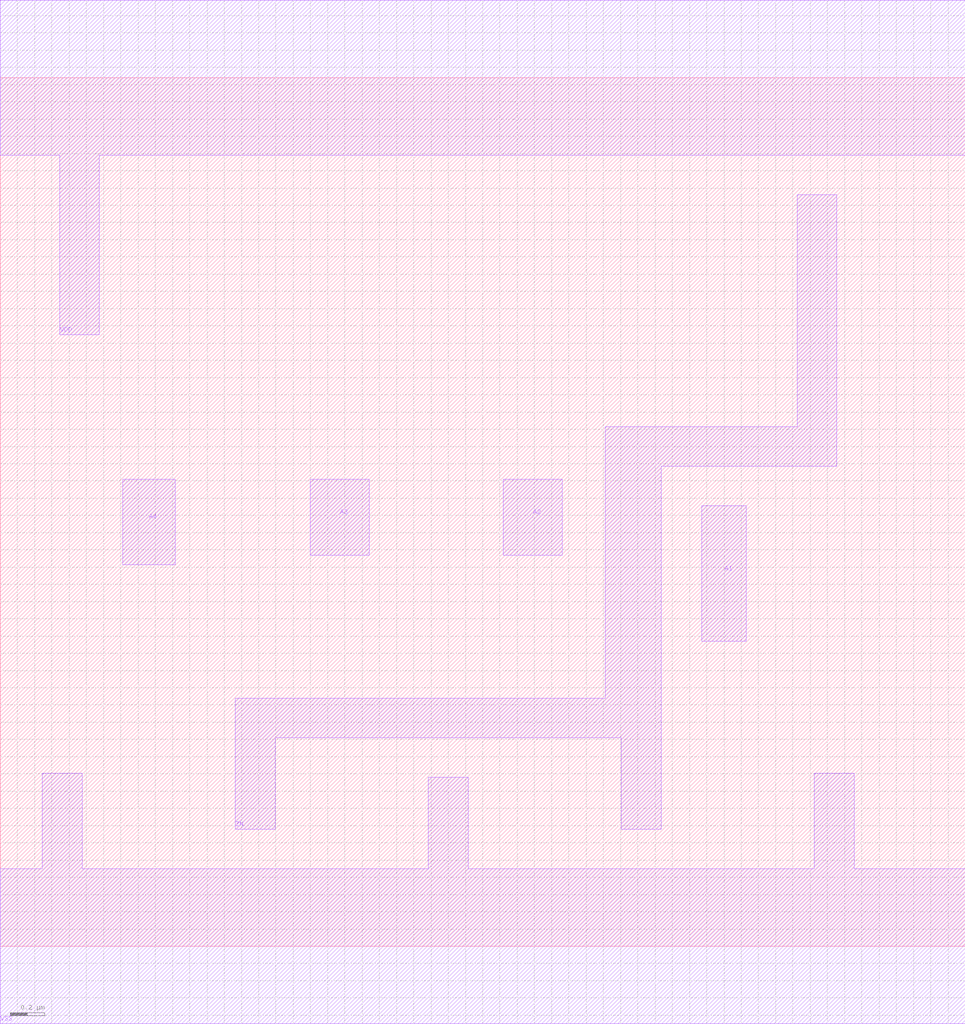
<source format=lef>
# Copyright 2022 GlobalFoundries PDK Authors
#
# Licensed under the Apache License, Version 2.0 (the "License");
# you may not use this file except in compliance with the License.
# You may obtain a copy of the License at
#
#      http://www.apache.org/licenses/LICENSE-2.0
#
# Unless required by applicable law or agreed to in writing, software
# distributed under the License is distributed on an "AS IS" BASIS,
# WITHOUT WARRANTIES OR CONDITIONS OF ANY KIND, either express or implied.
# See the License for the specific language governing permissions and
# limitations under the License.

MACRO gf180mcu_fd_sc_mcu9t5v0__nor4_1
  CLASS core ;
  FOREIGN gf180mcu_fd_sc_mcu9t5v0__nor4_1 0.0 0.0 ;
  ORIGIN 0 0 ;
  SYMMETRY X Y ;
  SITE GF018hv5v_green_sc9 ;
  SIZE 5.6 BY 5.04 ;
  PIN A1
    DIRECTION INPUT ;
    ANTENNAGATEAREA 1.311 ;
    PORT
      LAYER Metal1 ;
        POLYGON 4.07 1.77 4.33 1.77 4.33 2.555 4.07 2.555  ;
    END
  END A1
  PIN A2
    DIRECTION INPUT ;
    ANTENNAGATEAREA 1.311 ;
    PORT
      LAYER Metal1 ;
        POLYGON 2.92 2.27 3.26 2.27 3.26 2.71 2.92 2.71  ;
    END
  END A2
  PIN A3
    DIRECTION INPUT ;
    ANTENNAGATEAREA 1.311 ;
    PORT
      LAYER Metal1 ;
        POLYGON 1.8 2.27 2.14 2.27 2.14 2.71 1.8 2.71  ;
    END
  END A3
  PIN A4
    DIRECTION INPUT ;
    ANTENNAGATEAREA 1.311 ;
    PORT
      LAYER Metal1 ;
        POLYGON 0.71 2.215 1.015 2.215 1.015 2.71 0.71 2.71  ;
    END
  END A4
  PIN ZN
    DIRECTION OUTPUT ;
    ANTENNADIFFAREA 1.4916 ;
    PORT
      LAYER Metal1 ;
        POLYGON 1.365 0.68 1.595 0.68 1.595 1.21 3.605 1.21 3.605 0.68 3.835 0.68 3.835 2.785 4.855 2.785 4.855 4.36 4.625 4.36 4.625 3.015 3.51 3.015 3.51 1.44 1.365 1.44  ;
    END
  END ZN
  PIN VDD
    DIRECTION INOUT ;
    USE power ;
    SHAPE ABUTMENT ;
    PORT
      LAYER Metal1 ;
        POLYGON 0 4.59 0.345 4.59 0.345 3.55 0.575 3.55 0.575 4.59 5.6 4.59 5.6 5.49 0 5.49  ;
    END
  END VDD
  PIN VSS
    DIRECTION INOUT ;
    USE ground ;
    SHAPE ABUTMENT ;
    PORT
      LAYER Metal1 ;
        POLYGON 0 -0.45 5.6 -0.45 5.6 0.45 4.955 0.45 4.955 1.005 4.725 1.005 4.725 0.45 2.715 0.45 2.715 0.98 2.485 0.98 2.485 0.45 0.475 0.45 0.475 1.005 0.245 1.005 0.245 0.45 0 0.45  ;
    END
  END VSS
END gf180mcu_fd_sc_mcu9t5v0__nor4_1

</source>
